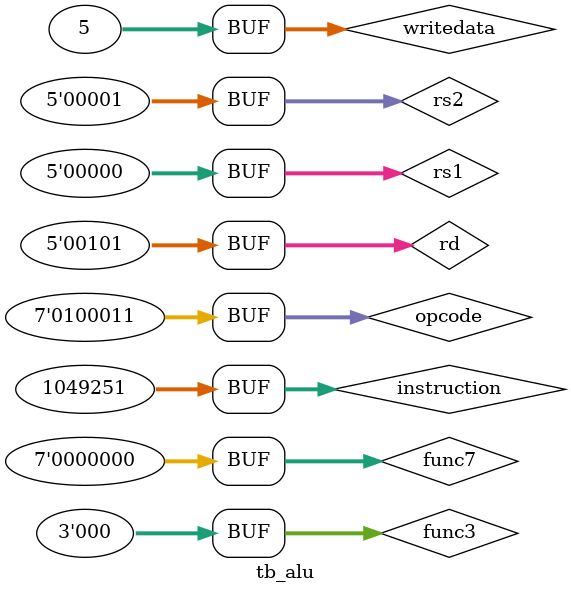
<source format=v>
`include "maincontrol.v"
`include "alu-control.v"
`include "alu.v"
`include "registerfile.v"
`include "datamemory.v"

module tb_alu;

reg [6:0] opcode;
reg [6:0] func7;
reg [2:0] func3;
reg [4:0] rs1, rs2, rd;
reg [31:0] instruction;

reg [31:0] writedata;

wire branch, memread, memtoreg, memwrite, alusrc, regwrite, zero;
wire [1:0] aluop;
wire [3:0] aluctl;
wire [31:0] a, b;
wire [31:0] out;
wire [31:0] result;

maincontrol  uutA(instruction[6:0], branch, memread, memtoreg, aluop, memwrite, alusrc, regwrite);
alucontrol   uutB(aluop, instruction[31:25], instruction[14:12], aluctl);
alu          uutC(aluctl, a, b, out, zero);
registerfile uutD(instruction[19:15], instruction[24:20], instruction[11:7], writedata, regwrite, a, b);
datamemory   uutE(out, b, memread, memwrite, memtoreg, result);

initial 
    begin
        rs1           = 5'b00000;
        rs2           = 5'b00000;
        rd            = 5'b00000;
        opcode        = 7'b0110011;
        func7         = 7'b0000000;
        func3         = 3'b000;

        instruction = {func7, rs2, rs1, func3, rd, opcode};
    end

initial
    begin
        $dumpfile("mymem.vcd");
        $dumpvars(2, tb_alu);

        //initialize some registers
        #1 // x0 = 0
        rd            = 5'b00000;
        instruction = {func7, rs2, rs1, func3, rd, opcode};

        #1
        writedata     = {{28{1'b0}}, 4'b0000};

        #1 // x1 = 1
        rd            = 5'b00001;
        instruction = {func7, rs2, rs1, func3, rd, opcode};

        #1
        writedata     = {{28{1'b0}}, 4'b0001};

        #1 // x2 = 2
        rd            = 5'b00010;
        instruction = {func7, rs2, rs1, func3, rd, opcode};
        
        #1
        writedata     = {{28{1'b0}}, 4'b0010};

        #1 // x3 = 3
        rd            = 5'b00011;
        instruction = {func7, rs2, rs1, func3, rd, opcode};
        
        #1
        writedata     = {{28{1'b0}}, 4'b0011};

        #1 // x4 = 4
        rd            = 5'b00100;
        instruction = {func7, rs2, rs1, func3, rd, opcode};
        
        #1
        writedata     = {{28{1'b0}}, 4'b0100};
        
        #1 // x5 = 5
        rd            = 5'b00101;
        instruction = {func7, rs2, rs1, func3, rd, opcode};
        
        #1
        writedata     = {{28{1'b0}}, 4'b0101};
        
        // Testing STORE function
        #1
        rs1           = 5'b00000;
        rs2           = 5'b00001;
        opcode        = 7'b0100011; // Store Word
        instruction = {func7, rs2, rs1, func3, rd, opcode};

    end



endmodule

</source>
